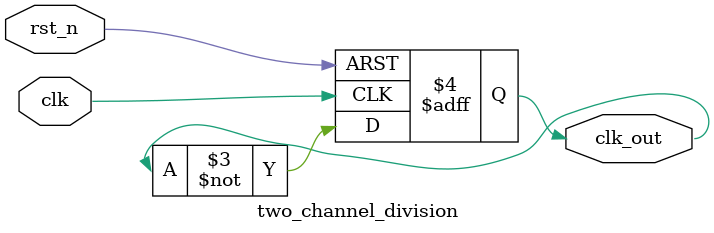
<source format=v>

module two_channel_division (
    input      clk,
    input      rst_n,
    output reg clk_out
);

    // 二分频直接clk翻转, 四分频使用一个2进制计数器
    always @(posedge clk, negedge rst_n) begin
        if (~rst_n) clk_out <= 0;
        else clk_out <= ~clk_out;
    end



endmodule

</source>
